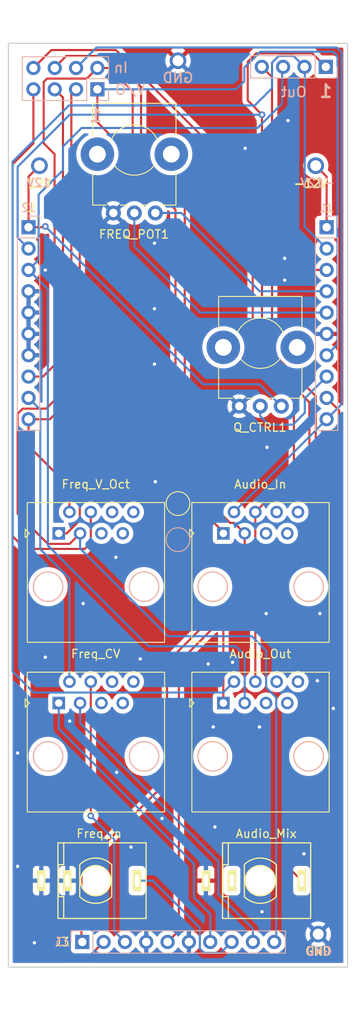
<source format=kicad_pcb>
(kicad_pcb (version 20211014) (generator pcbnew)
  (layers (0 "F.Cu" signal) (31 "B.Cu" signal) (34 "B.Paste" user) (35 "F.Paste" user) (36 "B.SilkS" user "B.Silkscreen") (37 "F.SilkS" user "F.Silkscreen") (38 "B.Mask" user) (39 "F.Mask" user) (44 "Edge.Cuts" user))
  (net 0 "")
  (net 1 "GND")
  (net 2 "/FREQ_POT")
  (net 3 "/FREQ_POT_5V")
  (net 4 "/FREQ_V_OCT1")
  (net 5 "/AUDIO_BUFF1")
  (net 6 "/AUDIO_BUFF4")
  (net 7 "/AUDIO_MIX")
  (net 8 "/AUDIO_IN1")
  (net 9 "/AUDIO_BUFF3")
  (net 10 "/AUDIO_BUFF2")
  (net 11 "/FREQ_V_OCT2")
  (net 12 "/FREQ_JACK")
  (net 13 "/FREQ_CV2")
  (net 14 "/AUDIO_IN2")
  (net 15 "/FREQ_V_OCT4")
  (net 16 "/FREQ_CV4")
  (net 17 "/Q_POT")
  (net 18 "/AUDIO_IN4")
  (net 19 "/FREQ_CV1")
  (net 20 "/FREQ_CV3")
  (net 21 "/AUDIO_IN3")
  (net 22 "/FREQ_V_OCT3")
  (net 40 "+12V")
  (net 41 "-12V")
  (footprint "Custom_Footprints:3D_Dummy" (layer "F.Cu") (at 70.2 95.7)
    (fp_text reference "D2" hide)
    (fp_text value "3d_Model_Components")
    (fp_circle (center 0 0) (end 1.414214 0) (layer "F.SilkS") (width 0.12) (fill none))
  )
  (footprint "Custom_Footprints:1.3mm_Test_Point" (layer "F.Cu") (at 70.2 42.97)
    (fp_text reference "TP3" hide)
    (fp_text value "TestPoint")
    (pad "1" thru_hole circle locked (at 0 0) (size 2 2) (drill 1.3) (layers *.Cu *.Mask) (net 1 "GND"))
  )
  (footprint "Custom_Footprints:THONKICONN_hole" (layer "F.Cu") (at 60.4 140.6 -90)
    (fp_text reference "J11" hide)
    (fp_text value "Freq_In" (at -5.6 -0.4 180) (layer "F.SilkS"))
    (fp_line (start 1.905 1.905) (end -1.905 1.905) (layer "F.SilkS") (width 0.15))
    (fp_line (start -4.445 3.81) (end -1.905 3.81) (layer "F.SilkS") (width 0.15))
    (fp_line (start -4.5 -6) (end 4.5 -6) (layer "F.SilkS") (width 0.15))
    (fp_line (start 4.5 -6) (end 4.5 4.5) (layer "F.SilkS") (width 0.15))
    (fp_line (start -1.905 3.81) (end -1.905 4.445) (layer "F.SilkS") (width 0.15))
    (fp_line (start 1.905 3.81) (end 4.445 3.81) (layer "F.SilkS") (width 0.15))
    (fp_line (start -4.5 4.5) (end 4.5 4.5) (layer "F.SilkS") (width 0.15))
    (fp_line (start 1.905 4.445) (end 1.905 3.81) (layer "F.SilkS") (width 0.15))
    (fp_line (start -4.5 -6) (end -4.5 4.5) (layer "F.SilkS") (width 0.15))
    (fp_line (start -1.905 -1.905) (end 1.905 -1.905) (layer "F.SilkS") (width 0.15))
    (fp_line (start -1.905 4.445) (end 1.905 4.445) (layer "F.SilkS") (width 0.15))
    (fp_arc (start 1.905 -1.905) (mid 2.694077 0) (end 1.905 1.905) (layer "F.SilkS") (width 0.15))
    (fp_arc (start -1.905 1.905) (mid -2.694077 0) (end -1.905 -1.905) (layer "F.SilkS") (width 0.15))
    (fp_circle (center 0 0) (end 1.27 1.27) (layer "F.SilkS") (width 0.15) (fill none))
    (pad "" np_thru_hole circle (at 0 0 270) (size 2.5 2.5) (drill 2.5) (layers *.Cu *.Mask))
    (pad "1" thru_hole rect (at 0 6.48 270) (size 2.5 1) (drill oval 1.5 0.5) (layers *.Cu *.Mask "F.SilkS") (net 1 "GND"))
    (pad "2" thru_hole rect (at 0 3.38 270) (size 2.5 1) (drill oval 1.5 0.5) (layers *.Cu *.Mask "F.SilkS") (net 1 "GND"))
    (pad "3" thru_hole rect (at 0 -4.92 270) (size 2.5 1) (drill oval 1.5 0.5) (layers *.Cu *.Mask "F.SilkS") (net 12 "/FREQ_JACK"))
  )
  (footprint "Custom_Footprints:Alpha_9mm_Potentiometer_Aligned" (layer "F.Cu") (at 80 76.6)
    (fp_text reference "Q_CTRL1" (at -0.04 10.04) (layer "F.SilkS"))
    (fp_text value "10k")
    (fp_line (start -4.961 6.56) (end -3.325 6.56) (layer "F.SilkS") (width 0.12))
    (fp_line (start 0.825 6.56) (end 1.675 6.56) (layer "F.SilkS") (width 0.12))
    (fp_line (start -1.675 6.56) (end -0.825 6.56) (layer "F.SilkS") (width 0.12))
    (fp_line (start 4.96 -1.695) (end 4.96 -5.56) (layer "F.SilkS") (width 0.12))
    (fp_line (start -4.961 6.56) (end -4.961 2.694) (layer "F.SilkS") (width 0.12))
    (fp_line (start -4.961 -5.56) (end 4.96 -5.56) (layer "F.SilkS") (width 0.12))
    (fp_line (start 4.96 6.56) (end 4.96 2.694) (layer "F.SilkS") (width 0.12))
    (fp_line (start 3.325 6.56) (end 4.96 6.56) (layer "F.SilkS") (width 0.12))
    (fp_line (start -4.961 -1.695) (end -4.961 -5.56) (layer "F.SilkS") (width 0.12))
    (fp_arc (start 2.297753 1.928295) (mid -0.000192 2.999665) (end -2.298 1.928) (layer "F.SilkS") (width 0.12))
    (fp_arc (start -2.762432 -1.171982) (mid -0.000553 -3.000762) (end 2.762 -1.173) (layer "F.SilkS") (width 0.12))
    (pad "" np_thru_hole circle locked (at 4.4 0.5 90) (size 4 4) (drill 2) (layers *.Cu *.Mask))
    (pad "" np_thru_hole circle locked (at -4.4 0.5 90) (size 4 4) (drill 2) (layers *.Cu *.Mask))
    (pad "1" thru_hole circle locked (at 2.5 7.5 90) (size 1.8 1.8) (drill 1) (layers *.Cu *.Mask) (net 40 "+12V"))
    (pad "2" thru_hole circle locked (at 0 7.5 90) (size 1.8 1.8) (drill 1) (layers *.Cu *.Mask) (net 17 "/Q_POT"))
    (pad "3" thru_hole circle locked (at -2.5 7.5 90) (size 1.8 1.8) (drill 1) (layers *.Cu *.Mask) (net 1 "GND"))
  )
  (footprint "Custom_Footprints:1.3mm_Test_Point" (layer "F.Cu") (at 86.9 146.97)
    (fp_text reference "TP4" hide)
    (fp_text value "TestPoint")
    (pad "1" thru_hole circle locked (at 0 0) (size 2 2) (drill 1.3) (layers *.Cu *.Mask) (net 1 "GND"))
  )
  (footprint "Custom_Footprints:THONKICONN_hole" (layer "F.Cu") (at 80 140.6 -90)
    (fp_text reference "J6" hide)
    (fp_text value "Audio_Mix" (at -5.6 -0.7 -180) (layer "F.SilkS"))
    (fp_line (start -1.905 -1.905) (end 1.905 -1.905) (layer "F.SilkS") (width 0.15))
    (fp_line (start -4.5 -6) (end -4.5 4.5) (layer "F.SilkS") (width 0.15))
    (fp_line (start 1.905 1.905) (end -1.905 1.905) (layer "F.SilkS") (width 0.15))
    (fp_line (start -4.445 3.81) (end -1.905 3.81) (layer "F.SilkS") (width 0.15))
    (fp_line (start 1.905 3.81) (end 4.445 3.81) (layer "F.SilkS") (width 0.15))
    (fp_line (start -4.5 -6) (end 4.5 -6) (layer "F.SilkS") (width 0.15))
    (fp_line (start -1.905 4.445) (end 1.905 4.445) (layer "F.SilkS") (width 0.15))
    (fp_line (start 1.905 4.445) (end 1.905 3.81) (layer "F.SilkS") (width 0.15))
    (fp_line (start -1.905 3.81) (end -1.905 4.445) (layer "F.SilkS") (width 0.15))
    (fp_line (start -4.5 4.5) (end 4.5 4.5) (layer "F.SilkS") (width 0.15))
    (fp_line (start 4.5 -6) (end 4.5 4.5) (layer "F.SilkS") (width 0.15))
    (fp_arc (start 1.905 -1.905) (mid 2.694077 0) (end 1.905 1.905) (layer "F.SilkS") (width 0.15))
    (fp_arc (start -1.905 1.905) (mid -2.694077 0) (end -1.905 -1.905) (layer "F.SilkS") (width 0.15))
    (fp_circle (center 0 0) (end 1.27 1.27) (layer "F.SilkS") (width 0.15) (fill none))
    (pad "" np_thru_hole circle (at 0 0 270) (size 2.5 2.5) (drill 2.5) (layers *.Cu *.Mask))
    (pad "1" thru_hole rect (at 0 6.48 270) (size 2.5 1) (drill oval 1.5 0.5) (layers *.Cu *.Mask "F.SilkS") (net 1 "GND"))
    (pad "2" thru_hole rect (at 0 3.38 270) (size 2.5 1) (drill oval 1.5 0.5) (layers *.Cu *.Mask "F.SilkS"))
    (pad "3" thru_hole rect (at 0 -4.92 270) (size 2.5 1) (drill oval 1.5 0.5) (layers *.Cu *.Mask "F.SilkS") (net 7 "/AUDIO_MIX"))
  )
  (footprint "Custom_Footprints:RJ45_Molex_42878-8506" (layer "F.Cu") (at 80 103.9)
    (fp_text reference "J4" hide)
    (fp_text value "Audio_In" (at 0 -10.5) (layer "F.SilkS"))
    (fp_line (start -8.15 -8.32) (end -8.15 8.32) (layer "F.SilkS") (width 0.12))
    (fp_line (start 8.2 -8.32) (end 8.2 8.32) (layer "F.SilkS") (width 0.12))
    (fp_line (start 8.2 -8.32) (end -8.15 -8.32) (layer "F.SilkS") (width 0.12))
    (fp_line (start -8.4 -4.15) (end -7.9 -4.65) (layer "F.SilkS") (width 0.12))
    (fp_line (start 8.2 8.32) (end -8.15 8.32) (layer "F.SilkS") (width 0.12))
    (fp_line (start -7.9 -4.65) (end -8.4 -5.15) (layer "F.SilkS") (width 0.12))
    (fp_line (start -8.4 -5.15) (end -8.4 -4.15) (layer "F.SilkS") (width 0.12))
    (pad "" np_thru_hole circle (at 5.76 1.7) (size 3.65 3.65) (drill 3.33) (layers F&B.Cu *.SilkS *.Mask))
    (pad "" np_thru_hole circle (at -5.67 1.7) (size 3.65 3.65) (drill 3.33) (layers F&B.Cu *.SilkS *.Mask))
    (pad "1" thru_hole rect (at -4.4 -4.65) (size 1.5 1.5) (drill 0.9) (layers *.Cu *.Mask) (net 8 "/AUDIO_IN1"))
    (pad "2" thru_hole circle (at -3.13 -7.19) (size 1.5 1.5) (drill 0.9) (layers *.Cu *.Mask) (net 14 "/AUDIO_IN2"))
    (pad "3" thru_hole circle (at -1.86 -4.65) (size 1.5 1.5) (drill 0.9) (layers *.Cu *.Mask) (net 21 "/AUDIO_IN3"))
    (pad "4" thru_hole circle (at -0.59 -7.19) (size 1.5 1.5) (drill 0.9) (layers *.Cu *.Mask) (net 18 "/AUDIO_IN4"))
    (pad "5" thru_hole circle (at 0.68 -4.65) (size 1.5 1.5) (drill 0.9) (layers *.Cu *.Mask))
    (pad "6" thru_hole circle (at 1.95 -7.19) (size 1.5 1.5) (drill 0.9) (layers *.Cu *.Mask))
    (pad "7" thru_hole circle (at 3.22 -4.65) (size 1.5 1.5) (drill 0.9) (layers *.Cu *.Mask))
    (pad "8" thru_hole circle (at 4.49 -7.19) (size 1.5 1.5) (drill 0.9) (layers *.Cu *.Mask))
  )
  (footprint "Custom_Footprints:1.3mm_Test_Point" (layer "F.Cu") (at 53.7 55.47)
    (fp_text reference "TP1" hide)
    (fp_text value "TestPoint")
    (pad "1" thru_hole circle locked (at 0 0) (size 2 2) (drill 1.3) (layers *.Cu *.Mask) (net 40 "+12V"))
  )
  (footprint "Custom_Footprints:RJ45_Molex_42878-8506" (layer "F.Cu") (at 80 124.1)
    (fp_text reference "J5" hide)
    (fp_text value "Audio_Out" (at 0 -10.5) (layer "F.SilkS"))
    (fp_line (start -7.9 -4.65) (end -8.4 -5.15) (layer "F.SilkS") (width 0.12))
    (fp_line (start 8.2 -8.32) (end 8.2 8.32) (layer "F.SilkS") (width 0.12))
    (fp_line (start 8.2 -8.32) (end -8.15 -8.32) (layer "F.SilkS") (width 0.12))
    (fp_line (start 8.2 8.32) (end -8.15 8.32) (layer "F.SilkS") (width 0.12))
    (fp_line (start -8.15 -8.32) (end -8.15 8.32) (layer "F.SilkS") (width 0.12))
    (fp_line (start -8.4 -5.15) (end -8.4 -4.15) (layer "F.SilkS") (width 0.12))
    (fp_line (start -8.4 -4.15) (end -7.9 -4.65) (layer "F.SilkS") (width 0.12))
    (pad "" np_thru_hole circle (at -5.67 1.7) (size 3.65 3.65) (drill 3.33) (layers F&B.Cu *.SilkS *.Mask))
    (pad "" np_thru_hole circle (at 5.76 1.7) (size 3.65 3.65) (drill 3.33) (layers F&B.Cu *.SilkS *.Mask))
    (pad "1" thru_hole rect (at -4.4 -4.65) (size 1.5 1.5) (drill 0.9) (layers *.Cu *.Mask) (net 5 "/AUDIO_BUFF1"))
    (pad "2" thru_hole circle (at -3.13 -7.19) (size 1.5 1.5) (drill 0.9) (layers *.Cu *.Mask) (net 10 "/AUDIO_BUFF2"))
    (pad "3" thru_hole circle (at -1.86 -4.65) (size 1.5 1.5) (drill 0.9) (layers *.Cu *.Mask) (net 9 "/AUDIO_BUFF3"))
    (pad "4" thru_hole circle (at -0.59 -7.19) (size 1.5 1.5) (drill 0.9) (layers *.Cu *.Mask) (net 6 "/AUDIO_BUFF4"))
    (pad "5" thru_hole circle (at 0.68 -4.65) (size 1.5 1.5) (drill 0.9) (layers *.Cu *.Mask))
    (pad "6" thru_hole circle (at 1.95 -7.19) (size 1.5 1.5) (drill 0.9) (layers *.Cu *.Mask))
    (pad "7" thru_hole circle (at 3.22 -4.65) (size 1.5 1.5) (drill 0.9) (layers *.Cu *.Mask))
    (pad "8" thru_hole circle (at 4.49 -7.19) (size 1.5 1.5) (drill 0.9) (layers *.Cu *.Mask))
  )
  (footprint "Custom_Footprints:RJ45_Molex_42878-8506" (layer "F.Cu") (at 60.4 124.1)
    (fp_text reference "J8" hide)
    (fp_text value "Freq_CV" (at 0 -10.5) (layer "F.SilkS"))
    (fp_line (start -8.15 -8.32) (end -8.15 8.32) (layer "F.SilkS") (width 0.12))
    (fp_line (start -7.9 -4.65) (end -8.4 -5.15) (layer "F.SilkS") (width 0.12))
    (fp_line (start -8.4 -5.15) (end -8.4 -4.15) (layer "F.SilkS") (width 0.12))
    (fp_line (start 8.2 -8.32) (end -8.15 -8.32) (layer "F.SilkS") (width 0.12))
    (fp_line (start -8.4 -4.15) (end -7.9 -4.65) (layer "F.SilkS") (width 0.12))
    (fp_line (start 8.2 -8.32) (end 8.2 8.32) (layer "F.SilkS") (width 0.12))
    (fp_line (start 8.2 8.32) (end -8.15 8.32) (layer "F.SilkS") (width 0.12))
    (pad "" np_thru_hole circle (at 5.76 1.7) (size 3.65 3.65) (drill 3.33) (layers F&B.Cu *.SilkS *.Mask))
    (pad "" np_thru_hole circle (at -5.67 1.7) (size 3.65 3.65) (drill 3.33) (layers F&B.Cu *.SilkS *.Mask))
    (pad "1" thru_hole rect (at -4.4 -4.65) (size 1.5 1.5) (drill 0.9) (layers *.Cu *.Mask) (net 19 "/FREQ_CV1"))
    (pad "2" thru_hole circle (at -3.13 -7.19) (size 1.5 1.5) (drill 0.9) (layers *.Cu *.Mask) (net 13 "/FREQ_CV2"))
    (pad "3" thru_hole circle (at -1.86 -4.65) (size 1.5 1.5) (drill 0.9) (layers *.Cu *.Mask) (net 20 "/FREQ_CV3"))
    (pad "4" thru_hole circle (at -0.59 -7.19) (size 1.5 1.5) (drill 0.9) (layers *.Cu *.Mask) (net 16 "/FREQ_CV4"))
    (pad "5" thru_hole circle (at 0.68 -4.65) (size 1.5 1.5) (drill 0.9) (layers *.Cu *.Mask))
    (pad "6" thru_hole circle (at 1.95 -7.19) (size 1.5 1.5) (drill 0.9) (layers *.Cu *.Mask))
    (pad "7" thru_hole circle (at 3.22 -4.65) (size 1.5 1.5) (drill 0.9) (layers *.Cu *.Mask))
    (pad "8" thru_hole circle (at 4.49 -7.19) (size 1.5 1.5) (drill 0.9) (layers *.Cu *.Mask))
  )
  (footprint "Custom_Footprints:1.3mm_Test_Point" (layer "F.Cu") (at 86.6 55.47)
    (fp_text reference "TP2" hide)
    (fp_text value "TestPoint")
    (pad "1" thru_hole circle locked (at 0 0) (size 2 2) (drill 1.3) (layers *.Cu *.Mask) (net 41 "-12V"))
  )
  (footprint "Custom_Footprints:RJ45_Molex_42878-8506" (layer "F.Cu") (at 60.4 103.9)
    (fp_text reference "J7" hide)
    (fp_text value "Freq_V_Oct" (at 0 -10.5) (layer "F.SilkS"))
    (fp_line (start 8.2 8.32) (end -8.15 8.32) (layer "F.SilkS") (width 0.12))
    (fp_line (start 8.2 -8.32) (end 8.2 8.32) (layer "F.SilkS") (width 0.12))
    (fp_line (start -8.4 -5.15) (end -8.4 -4.15) (layer "F.SilkS") (width 0.12))
    (fp_line (start -8.15 -8.32) (end -8.15 8.32) (layer "F.SilkS") (width 0.12))
    (fp_line (start -7.9 -4.65) (end -8.4 -5.15) (layer "F.SilkS") (width 0.12))
    (fp_line (start -8.4 -4.15) (end -7.9 -4.65) (layer "F.SilkS") (width 0.12))
    (fp_line (start 8.2 -8.32) (end -8.15 -8.32) (layer "F.SilkS") (width 0.12))
    (pad "" np_thru_hole circle (at -5.67 1.7) (size 3.65 3.65) (drill 3.33) (layers F&B.Cu *.SilkS *.Mask))
    (pad "" np_thru_hole circle (at 5.76 1.7) (size 3.65 3.65) (drill 3.33) (layers F&B.Cu *.SilkS *.Mask))
    (pad "1" thru_hole rect (at -4.4 -4.65) (size 1.5 1.5) (drill 0.9) (layers *.Cu *.Mask) (net 4 "/FREQ_V_OCT1"))
    (pad "2" thru_hole circle (at -3.13 -7.19) (size 1.5 1.5) (drill 0.9) (layers *.Cu *.Mask) (net 11 "/FREQ_V_OCT2"))
    (pad "3" thru_hole circle (at -1.86 -4.65) (size 1.5 1.5) (drill 0.9) (layers *.Cu *.Mask) (net 22 "/FREQ_V_OCT3"))
    (pad "4" thru_hole circle (at -0.59 -7.19) (size 1.5 1.5) (drill 0.9) (layers *.Cu *.Mask) (net 15 "/FREQ_V_OCT4"))
    (pad "5" thru_hole circle (at 0.68 -4.65) (size 1.5 1.5) (drill 0.9) (layers *.Cu *.Mask))
    (pad "6" thru_hole circle (at 1.95 -7.19) (size 1.5 1.5) (drill 0.9) (layers *.Cu *.Mask))
    (pad "7" thru_hole circle (at 3.22 -4.65) (size 1.5 1.5) (drill 0.9) (layers *.Cu *.Mask))
    (pad "8" thru_hole circle (at 4.49 -7.19) (size 1.5 1.5) (drill 0.9) (layers *.Cu *.Mask))
  )
  (footprint "Custom_Footprints:Alpha_9mm_Potentiometer_Aligned" (layer "F.Cu") (at 65 53.6)
    (fp_text reference "FREQ_POT1" (at -0.04 10.04) (layer "F.SilkS"))
    (fp_text value "10k")
    (fp_line (start -4.961 6.56) (end -3.325 6.56) (layer "F.SilkS") (width 0.12))
    (fp_line (start -4.961 -5.56) (end 4.96 -5.56) (layer "F.SilkS") (width 0.12))
    (fp_line (start -4.961 6.56) (end -4.961 2.694) (layer "F.SilkS") (width 0.12))
    (fp_line (start 3.325 6.56) (end 4.96 6.56) (layer "F.SilkS") (width 0.12))
    (fp_line (start 0.825 6.56) (end 1.675 6.56) (layer "F.SilkS") (width 0.12))
    (fp_line (start -1.675 6.56) (end -0.825 6.56) (layer "F.SilkS") (width 0.12))
    (fp_line (start 4.96 -1.695) (end 4.96 -5.56) (layer "F.SilkS") (width 0.12))
    (fp_line (start 4.96 6.56) (end 4.96 2.694) (layer "F.SilkS") (width 0.12))
    (fp_line (start -4.961 -1.695) (end -4.961 -5.56) (layer "F.SilkS") (width 0.12))
    (fp_arc (start -2.762432 -1.171982) (mid -0.000553 -3.000762) (end 2.762 -1.173) (layer "F.SilkS") (width 0.12))
    (fp_arc (start 2.297753 1.928295) (mid -0.000192 2.999665) (end -2.298 1.928) (layer "F.SilkS") (width 0.12))
    (pad "" np_thru_hole circle locked (at 4.4 0.5 90) (size 4 4) (drill 2) (layers *.Cu *.Mask))
    (pad "" np_thru_hole circle locked (at -4.4 0.5 90) (size 4 4) (drill 2) (layers *.Cu *.Mask))
    (pad "1" thru_hole circle locked (at 2.5 7.5 90) (size 1.8 1.8) (drill 1) (layers *.Cu *.Mask) (net 3 "/FREQ_POT_5V"))
    (pad "2" thru_hole circle locked (at 0 7.5 90) (size 1.8 1.8) (drill 1) (layers *.Cu *.Mask) (net 2 "/FREQ_POT"))
    (pad "3" thru_hole circle locked (at -2.5 7.5 90) (size 1.8 1.8) (drill 1) (layers *.Cu *.Mask) (net 1 "GND"))
  )
  (footprint "Connector_PinHeader_2.54mm:PinHeader_1x10_P2.54mm_Vertical" (layer "B.Cu") (at 58.8 147.9 -90)
    (fp_text reference "J3" (at 0 2.33 180) (layer "B.SilkS") (effects (justify mirror)))
    (fp_text value "Conn_01x10_Male")
    (fp_line (start -1.33 0) (end -1.33 1.33) (layer "B.SilkS") (width 0.12))
    (fp_line (start -1.33 1.33) (end 0 1.33) (layer "B.SilkS") (width 0.12))
    (fp_line (start 1.33 -1.27) (end 1.33 -24.19) (layer "B.SilkS") (width 0.12))
    (fp_line (start -1.33 -24.19) (end 1.33 -24.19) (layer "B.SilkS") (width 0.12))
    (fp_line (start -1.33 -1.27) (end 1.33 -1.27) (layer "B.SilkS") (width 0.12))
    (fp_line (start -1.33 -1.27) (end -1.33 -24.19) (layer "B.SilkS") (width 0.12))
    (pad "1" thru_hole rect locked (at 0 0 270) (size 1.7 1.7) (drill 1) (layers F&B.Cu *.Mask) (net 21 "/AUDIO_IN3"))
    (pad "2" thru_hole oval locked (at 0 -2.54 270) (size 1.7 1.7) (drill 1) (layers F&B.Cu *.Mask) (net 15 "/FREQ_V_OCT4"))
    (pad "3" thru_hole oval locked (at 0 -5.08 270) (size 1.7 1.7) (drill 1) (layers F&B.Cu *.Mask) (net 16 "/FREQ_CV4"))
    (pad "4" thru_hole oval locked (at 0 -7.62 270) (size 1.7 1.7) (drill 1) (layers F&B.Cu *.Mask) (net 1 "GND"))
    (pad "5" thru_hole oval locked (at 0 -10.16 270) (size 1.7 1.7) (drill 1) (layers F&B.Cu *.Mask) (net 18 "/AUDIO_IN4"))
    (pad "6" thru_hole oval locked (at 0 -12.7 270) (size 1.7 1.7) (drill 1) (layers F&B.Cu *.Mask) (net 1 "GND"))
    (pad "7" thru_hole oval locked (at 0 -15.24 270) (size 1.7 1.7) (drill 1) (layers F&B.Cu *.Mask) (net 19 "/FREQ_CV1"))
    (pad "8" thru_hole oval locked (at 0 -17.78 270) (size 1.7 1.7) (drill 1) (layers F&B.Cu *.Mask) (net 12 "/FREQ_JACK"))
    (pad "9" thru_hole oval locked (at 0 -20.32 270) (size 1.7 1.7) (drill 1) (layers F&B.Cu *.Mask) (net 20 "/FREQ_CV3"))
    (pad "10" thru_hole oval locked (at 0 -22.86 270) (size 1.7 1.7) (drill 1) (layers F&B.Cu *.Mask) (net 22 "/FREQ_V_OCT3"))
  )
  (footprint "Connector_PinHeader_2.54mm:PinHeader_1x10_P2.54mm_Vertical" (layer "B.Cu") (at 87.9 62.8 180)
    (fp_text reference "J1" (at 0 2.33) (layer "B.SilkS") (effects (justify mirror)))
    (fp_text value "Conn_01x10_Male" hide)
    (fp_line (start -1.33 1.33) (end 0 1.33) (layer "B.SilkS") (width 0.12))
    (fp_line (start 1.33 -1.27) (end 1.33 -24.19) (layer "B.SilkS") (width 0.12))
    (fp_line (start -1.33 -1.27) (end 1.33 -1.27) (layer "B.SilkS") (width 0.12))
    (fp_line (start -1.33 -1.27) (end -1.33 -24.19) (layer "B.SilkS") (width 0.12))
    (fp_line (start -1.33 0) (end -1.33 1.33) (layer "B.SilkS") (width 0.12))
    (fp_line (start -1.33 -24.19) (end 1.33 -24.19) (layer "B.SilkS") (width 0.12))
    (pad "1" thru_hole rect locked (at 0 0 180) (size 1.7 1.7) (drill 1) (layers F&B.Cu *.Mask) (net 41 "-12V"))
    (pad "2" thru_hole oval locked (at 0 -2.54 180) (size 1.7 1.7) (drill 1) (layers F&B.Cu *.Mask) (net 10 "/AUDIO_BUFF2"))
    (pad "3" thru_hole oval locked (at 0 -5.08 180) (size 1.7 1.7) (drill 1) (layers F&B.Cu *.Mask) (net 6 "/AUDIO_BUFF4"))
    (pad "4" thru_hole oval locked (at 0 -7.62 180) (size 1.7 1.7) (drill 1) (layers F&B.Cu *.Mask) (net 3 "/FREQ_POT_5V"))
    (pad "5" thru_hole oval locked (at 0 -10.16 180) (size 1.7 1.7) (drill 1) (layers F&B.Cu *.Mask) (net 2 "/FREQ_POT"))
    (pad "6" thru_hole oval locked (at 0 -12.7 180) (size 1.7 1.7) (drill 1) (layers F&B.Cu *.Mask) (net 1 "GND"))
    (pad "7" thru_hole oval locked (at 0 -15.24 180) (size 1.7 1.7) (drill 1) (layers F&B.Cu *.Mask) (net 4 "/FREQ_V_OCT1"))
    (pad "8" thru_hole oval locked (at 0 -17.78 180) (size 1.7 1.7) (drill 1) (layers F&B.Cu *.Mask) (net 17 "/Q_POT"))
    (pad "9" thru_hole oval locked (at 0 -20.32 180) (size 1.7 1.7) (drill 1) (layers F&B.Cu *.Mask) (net 7 "/AUDIO_MIX"))
    (pad "10" thru_hole oval locked (at 0 -22.86 180) (size 1.7 1.7) (drill 1) (layers F&B.Cu *.Mask) (net 14 "/AUDIO_IN2"))
  )
  (footprint "Connector_PinHeader_2.54mm:PinHeader_1x10_P2.54mm_Vertical" (layer "B.Cu") (at 52.4 62.8 180)
    (fp_text reference "J2" (at 0 2.33) (layer "B.SilkS") (effects (justify mirror)))
    (fp_text value "Conn_01x10_Male" hide)
    (fp_line (start -1.33 1.33) (end 0 1.33) (layer "B.SilkS") (width 0.12))
    (fp_line (start -1.33 -1.27) (end -1.33 -24.19) (layer "B.SilkS") (width 0.12))
    (fp_line (start -1.33 -1.27) (end 1.33 -1.27) (layer "B.SilkS") (width 0.12))
    (fp_line (start -1.33 -24.19) (end 1.33 -24.19) (layer "B.SilkS") (width 0.12))
    (fp_line (start 1.33 -1.27) (end 1.33 -24.19) (layer "B.SilkS") (width 0.12))
    (fp_line (start -1.33 0) (end -1.33 1.33) (layer "B.SilkS") (width 0.12))
    (pad "1" thru_hole rect locked (at 0 0 180) (size 1.7 1.7) (drill 1) (layers F&B.Cu *.Mask) (net 40 "+12V"))
    (pad "2" thru_hole oval locked (at 0 -2.54 180) (size 1.7 1.7) (drill 1) (layers F&B.Cu *.Mask) (net 5 "/AUDIO_BUFF1"))
    (pad "3" thru_hole oval locked (at 0 -5.08 180) (size 1.7 1.7) (drill 1) (layers F&B.Cu *.Mask) (net 9 "/AUDIO_BUFF3"))
    (pad "4" thru_hole oval locked (at 0 -7.62 180) (size 1.7 1.7) (drill 1) (layers F&B.Cu *.Mask) (net 1 "GND"))
    (pad "5" thru_hole oval locked (at 0 -10.16 180) (size 1.7 1.7) (drill 1) (layers F&B.Cu *.Mask) (net 1 "GND"))
    (pad "6" thru_hole oval locked (at 0 -12.7 180) (size 1.7 1.7) (drill 1) (layers F&B.Cu *.Mask) (net 1 "GND"))
    (pad "7" thru_hole oval locked (at 0 -15.24 180) (size 1.7 1.7) (drill 1) (layers F&B.Cu *.Mask) (net 1 "GND"))
    (pad "8" thru_hole oval locked (at 0 -17.78 180) (size 1.7 1.7) (drill 1) (layers F&B.Cu *.Mask) (net 8 "/AUDIO_IN1"))
    (pad "9" thru_hole oval locked (at 0 -20.32 180) (size 1.7 1.7) (drill 1) (layers F&B.Cu *.Mask) (net 13 "/FREQ_CV2"))
    (pad "10" thru_hole oval locked (at 0 -22.86 180) (size 1.7 1.7) (drill 1) (layers F&B.Cu *.Mask) (net 11 "/FREQ_V_OCT2"))
  )
  (footprint "Connector_PinHeader_2.54mm:PinHeader_2x04_P2.54mm_Vertical" (layer "B.Cu") (at 60.6 46.375 90)
    (fp_text reference "J9" hide)
    (fp_text value "Conn_02x04_Top_Bottom")
    (fp_line (start 3.87 1.33) (end 3.87 -8.95) (layer "B.SilkS") (width 0.12))
    (fp_line (start 1.27 1.33) (end 3.87 1.33) (layer "B.SilkS") (width 0.12))
    (fp_line (start -1.33 1.33) (end 0 1.33) (layer "B.SilkS") (width 0.12))
    (fp_line (start -1.33 -8.95) (end 3.87 -8.95) (layer "B.SilkS") (width 0.12))
    (fp_line (start -1.33 0) (end -1.33 1.33) (layer "B.SilkS") (width 0.12))
    (fp_line (start -1.33 -1.27) (end -1.33 -8.95) (layer "B.SilkS") (width 0.12))
    (fp_line (start -1.33 -1.27) (end 1.27 -1.27) (layer "B.SilkS") (width 0.12))
    (fp_line (start 1.27 -1.27) (end 1.27 1.33) (layer "B.SilkS") (width 0.12))
    (pad "1" thru_hole rect (at 0 0 90) (size 1.7 1.7) (drill 1) (layers *.Cu *.Mask) (net 4 "/FREQ_V_OCT1"))
    (pad "2" thru_hole oval (at 2.54 0 90) (size 1.7 1.7) (drill 1) (layers *.Cu *.Mask) (net 8 "/AUDIO_IN1"))
    (pad "3" thru_hole oval (at 0 -2.54 90) (size 1.7 1.7) (drill 1) (layers *.Cu *.Mask) (net 11 "/FREQ_V_OCT2"))
    (pad "4" thru_hole oval (at 2.54 -2.54 90) (size 1.7 1.7) (drill 1) (layers *.Cu *.Mask) (net 14 "/AUDIO_IN2"))
    (pad "5" thru_hole oval (at 0 -5.08 90) (size 1.7 1.7) (drill 1) (layers *.Cu *.Mask) (net 22 "/FREQ_V_OCT3"))
    (pad "6" thru_hole oval (at 2.54 -5.08 90) (size 1.7 1.7) (drill 1) (layers *.Cu *.Mask) (net 21 "/AUDIO_IN3"))
    (pad "7" thru_hole oval (at 0 -7.62 90) (size 1.7 1.7) (drill 1) (layers *.Cu *.Mask) (net 15 "/FREQ_V_OCT4"))
    (pad "8" thru_hole oval (at 2.54 -7.62 90) (size 1.7 1.7) (drill 1) (layers *.Cu *.Mask) (net 18 "/AUDIO_IN4"))
  )
  (footprint "Custom_Footprints:3D_Dummy" (layer "B.Cu") (at 70.2 100 180)
    (fp_text reference "D1" hide)
    (fp_text value "3d_Model_Panel")
    (fp_circle (center 0 0) (end 1.414214 0) (layer "B.SilkS") (width 0.12) (fill none))
  )
  (footprint "Connector_PinHeader_2.54mm:PinHeader_1x04_P2.54mm_Vertical" (layer "B.Cu") (at 87.8 43.7 90)
    (fp_text reference "J10" hide)
    (fp_text value "Conn_01x04_Male")
    (fp_line (start -1.33 -8.95) (end 1.33 -8.95) (layer "B.SilkS") (width 0.12))
    (fp_line (start -1.33 -1.27) (end 1.33 -1.27) (layer "B.SilkS") (width 0.12))
    (fp_line (start -1.33 -1.27) (end -1.33 -8.95) (layer "B.SilkS") (width 0.12))
    (fp_line (start -1.33 1.33) (end 0 1.33) (layer "B.SilkS") (width 0.12))
    (fp_line (start 1.33 -1.27) (end 1.33 -8.95) (layer "B.SilkS") (width 0.12))
    (fp_line (start -1.33 0) (end -1.33 1.33) (layer "B.SilkS") (width 0.12))
    (pad "1" thru_hole rect (at 0 0 90) (size 1.7 1.7) (drill 1) (layers *.Cu *.Mask) (net 5 "/AUDIO_BUFF1"))
    (pad "2" thru_hole oval (at 0 -2.54 90) (size 1.7 1.7) (drill 1) (layers *.Cu *.Mask) (net 10 "/AUDIO_BUFF2"))
    (pad "3" thru_hole oval (at 0 -5.08 90) (size 1.7 1.7) (drill 1) (layers *.Cu *.Mask) (net 9 "/AUDIO_BUFF3"))
    (pad "4" thru_hole oval (at 0 -7.62 90) (size 1.7 1.7) (drill 1) (layers *.Cu *.Mask) (net 6 "/AUDIO_BUFF4"))
  )
  (gr_line (start 50 40.9) (end 50 150.9) (layer "Edge.Cuts") (width 0.15))
  (gr_line (start 50 40.9) (end 90.4 40.9) (layer "Edge.Cuts") (width 0.15))
  (gr_line (start 50 150.9) (end 90.4 150.9) (layer "Edge.Cuts") (width 0.15))
  (gr_line (start 90.4 40.9) (end 90.4 150.9) (layer "Edge.Cuts") (width 0.15))
  (gr_text "Out" (at 84 46.7) (layer "B.SilkS") (effects (font (size 1.2 1.2) (thickness 0.2)) (justify mirror)))
  (gr_text "GND" (at 70.2 45) (layer "B.SilkS") (effects (font (size 1.2 1.2) (thickness 0.2)) (justify mirror)))
  (gr_text "In" (at 63.4 43.8) (layer "B.SilkS") (effects (font (size 1.2 1.2) (thickness 0.2)) (justify mirror)))
  (gr_text "GND" (at 87 149) (layer "B.SilkS") (effects (font (size 1 1) (thickness 0.2)) (justify mirror)))
  (gr_text "1" (at 60.4 49.5) (layer "B.SilkS") (effects (font (size 1.5 1.5) (thickness 0.3)) (justify mirror)))
  (gr_text "12V" (at 53.580952 57.5) (layer "B.SilkS") (effects (font (size 1 1) (thickness 0.2)) (justify mirror)))
  (gr_text "1" (at 87.8 46.6) (layer "B.SilkS") (effects (font (size 1.5 1.5) (thickness 0.3)) (justify mirror)))
  (gr_text "V/O" (at 64.5 46.4) (layer "B.SilkS") (effects (font (size 1.2 1.2) (thickness 0.2)) (justify mirror)))
  (gr_text "-12V" (at 86.8 57.5) (layer "B.SilkS") (effects (font (size 1 1) (thickness 0.2)) (justify mirror)))
  (gr_text "-12V" (at 86 57.6) (layer "F.SilkS") (effects (font (size 1 1) (thickness 0.2))))
  (gr_text "J3" (at 56.4 147.9) (layer "F.SilkS") (effects (font (size 1 1))))
  (gr_text "J2" (at 52.4 60.5) (layer "F.SilkS") (effects (font (size 1 1))))
  (gr_text "GND" (at 86.9 149) (layer "F.SilkS") (effects (font (size 1 1) (thickness 0.2))))
  (gr_text "12V" (at 53.7 57.6) (layer "F.SilkS") (effects (font (size 1 1) (thickness 0.2))))
  (gr_text "J1" (at 87.9 60.5) (layer "F.SilkS") (effects (font (size 1 1))))
  (via (at 85.2 137.4) (size 0.8) (drill 0.4) (layers "F.Cu" "B.Cu") (net 1))
  (via (at 51.1 138.9) (size 0.8) (drill 0.4) (layers "F.Cu" "B.Cu") (net 1))
  (via (at 74.6 134.2) (size 0.8) (drill 0.4) (layers "F.Cu" "B.Cu") (net 1))
  (via (at 83.3 50.1) (size 0.8) (drill 0.4) (layers "F.Cu" "B.Cu") (net 1))
  (via (at 82.9 66.5) (size 0.8) (drill 0.4) (layers "F.Cu" "B.Cu") (net 1))
  (via (at 54.4 67.9) (size 0.8) (drill 0.4) (layers "F.Cu" "B.Cu") (net 1))
  (via (at 64.6 136.6) (size 0.8) (drill 0.4) (layers "F.Cu" "B.Cu") (net 1))
  (via (at 53.1 148) (size 0.8) (drill 0.4) (layers "F.Cu" "B.Cu") (net 1))
  (via (at 78.2 53.4) (size 0.8) (drill 0.4) (layers "F.Cu" "B.Cu") (net 1))
  (via (at 65.7 114.2) (size 0.8) (drill 0.4) (layers "F.Cu" "B.Cu") (net 1))
  (via (at 62.8 102.1) (size 0.8) (drill 0.4) (layers "F.Cu" "B.Cu") (net 1))
  (via (at 73.8 114.8) (size 0.8) (drill 0.4) (layers "F.Cu" "B.Cu") (net 1))
  (via (at 80.8 89) (size 0.8) (drill 0.4) (layers "F.Cu" "B.Cu") (net 1))
  (via (at 80.7 108.8) (size 0.8) (drill 0.4) (layers "F.Cu" "B.Cu") (net 1))
  (via (at 88.7 120.1) (size 0.8) (drill 0.4) (layers "F.Cu" "B.Cu") (net 1))
  (via (at 58.9 107.6) (size 0.8) (drill 0.4) (layers "F.Cu" "B.Cu") (net 1))
  (via (at 74.4 122.3) (size 0.8) (drill 0.4) (layers "F.Cu" "B.Cu") (net 1))
  (via (at 67.5 93.1) (size 0.8) (drill 0.4) (layers "F.Cu" "B.Cu") (net 1))
  (via (at 62.9 127.7) (size 0.8) (drill 0.4) (layers "F.Cu" "B.Cu") (net 1))
  (via (at 68.3 133.2) (size 0.8) (drill 0.4) (layers "F.Cu" "B.Cu") (net 1))
  (via (at 51.1 125.4) (size 0.8) (drill 0.4) (layers "F.Cu" "B.Cu") (net 1))
  (via (at 79.9 122.3) (size 0.8) (drill 0.4) (layers "F.Cu" "B.Cu") (net 1))
  (via (at 57.3 121.6) (size 0.8) (drill 0.4) (layers "F.Cu" "B.Cu") (net 1))
  (via (at 80.2 144.3) (size 0.8) (drill 0.4) (layers "F.Cu" "B.Cu") (net 1))
  (via (at 67.4 72.5) (size 0.8) (drill 0.4) (layers "F.Cu" "B.Cu") (net 1))
  (via (at 67.4 64.7) (size 0.8) (drill 0.4) (layers "F.Cu" "B.Cu") (net 1))
  (via (at 54.4 114) (size 0.8) (drill 0.4) (layers "F.Cu" "B.Cu") (net 1))
  (via (at 86.8 116.8) (size 0.8) (drill 0.4) (layers "F.Cu" "B.Cu") (net 1))
  (via (at 67.4 79.1) (size 0.8) (drill 0.4) (layers "F.Cu" "B.Cu") (net 1))
  (via (at 82.9 69.1) (size 0.8) (drill 0.4) (layers "F.Cu" "B.Cu") (net 1))
  (via (at 76.7 114.6) (size 0.8) (drill 0.4) (layers "F.Cu" "B.Cu") (net 1))
  (via (at 87.1 108.8) (size 0.8) (drill 0.4) (layers "F.Cu" "B.Cu") (net 1))
  (segment (start 87.9 72.96) (end 72.86 72.96) (width 0.25) (layer "B.Cu") (net 2))
  (segment (start 65 65.1) (end 65 61.1) (width 0.25) (layer "B.Cu") (net 2))
  (segment (start 72.86 72.96) (end 65 65.1) (width 0.25) (layer "B.Cu") (net 2))
  (segment (start 67.5 61.1) (end 70.6 61.1) (width 0.25) (layer "B.Cu") (net 3))
  (segment (start 70.6 61.1) (end 79.92 70.42) (width 0.25) (layer "B.Cu") (net 3))
  (segment (start 79.92 70.42) (end 87.9 70.42) (width 0.25) (layer "B.Cu") (net 3))
  (segment (start 56.95 99.25) (end 56 99.25) (width 0.25) (layer "F.Cu") (net 4))
  (segment (start 63.3 56.2) (end 58.5 61) (width 0.25) (layer "F.Cu") (net 4))
  (segment (start 63.3 53) (end 63.3 56.2) (width 0.25) (layer "F.Cu") (net 4))
  (segment (start 60.6 46.375) (end 60.6 50.3) (width 0.25) (layer "F.Cu") (net 4))
  (segment (start 60.6 50.3) (end 63.3 53) (width 0.25) (layer "F.Cu") (net 4))
  (segment (start 58.5 97.7) (end 56.95 99.25) (width 0.25) (layer "F.Cu") (net 4))
  (segment (start 58.5 61) (end 58.5 97.7) (width 0.25) (layer "F.Cu") (net 4))
  (segment (start 78.1 45.4) (end 78.1 43.8) (width 0.25) (layer "B.Cu") (net 4))
  (segment (start 80 41.9) (end 88.7 41.9) (width 0.25) (layer "B.Cu") (net 4))
  (segment (start 89.2 42.4) (end 89.2 76.74) (width 0.25) (layer "B.Cu") (net 4))
  (segment (start 78.1 43.8) (end 80 41.9) (width 0.25) (layer "B.Cu") (net 4))
  (segment (start 78.1 45.4) (end 77.125 46.375) (width 0.25) (layer "B.Cu") (net 4))
  (segment (start 88.7 41.9) (end 89.2 42.4) (width 0.25) (layer "B.Cu") (net 4))
  (segment (start 89.2 76.74) (end 87.9 78.04) (width 0.25) (layer "B.Cu") (net 4))
  (segment (start 77.125 46.375) (end 60.6 46.375) (width 0.25) (layer "B.Cu") (net 4))
  (segment (start 80.2 78) (end 80.2 49.4) (width 0.25) (layer "F.Cu") (net 5))
  (segment (start 78.5 47.7) (end 78.5 43.1) (width 0.25) (layer "F.Cu") (net 5))
  (segment (start 75.6 119.45) (end 75.6 110.7) (width 0.25) (layer "F.Cu") (net 5))
  (segment (start 85.850499 83.650499) (end 80.2 78) (width 0.25) (layer "F.Cu") (net 5))
  (segment (start 85.850499 100.449501) (end 85.850499 83.650499) (width 0.25) (layer "F.Cu") (net 5))
  (segment (start 86.2 42.1) (end 87.8 43.7) (width 0.25) (layer "F.Cu") (net 5))
  (segment (start 79.5 42.1) (end 86.2 42.1) (width 0.25) (layer "F.Cu") (net 5))
  (segment (start 75.6 110.7) (end 85.850499 100.449501) (width 0.25) (layer "F.Cu") (net 5))
  (segment (start 78.5 43.1) (end 79.5 42.1) (width 0.25) (layer "F.Cu") (net 5))
  (segment (start 80.2 49.4) (end 78.5 47.7) (width 0.25) (layer "F.Cu") (net 5))
  (via (at 80.2 49.4) (size 0.8) (drill 0.4) (layers "F.Cu" "B.Cu") (net 5))
  (segment (start 52.4 65.34) (end 51.1 64.04) (width 0.25) (layer "B.Cu") (net 5))
  (segment (start 57.3 49.4) (end 80.2 49.4) (width 0.25) (layer "B.Cu") (net 5))
  (segment (start 51.1 64.04) (end 51.1 55.6) (width 0.25) (layer "B.Cu") (net 5))
  (segment (start 51.1 55.6) (end 57.3 49.4) (width 0.25) (layer "B.Cu") (net 5))
  (segment (start 81.52 67.88) (end 81.4 68) (width 0.25) (layer "F.Cu") (net 6))
  (segment (start 79.41 108.19) (end 86.6 101) (width 0.25) (layer "F.Cu") (net 6))
  (segment (start 86.6 101) (end 86.6 82.9) (width 0.25) (layer "F.Cu") (net 6))
  (segment (start 87.9 67.88) (end 81.52 67.88) (width 0.25) (layer "F.Cu") (net 6))
  (segment (start 86.6 82.9) (end 81.4 77.7) (width 0.25) (layer "F.Cu") (net 6))
  (segment (start 81.4 68) (end 81.4 44.92) (width 0.25) (layer "F.Cu") (net 6))
  (segment (start 79.41 116.91) (end 79.41 108.19) (width 0.25) (layer "F.Cu") (net 6))
  (segment (start 81.4 44.92) (end 80.18 43.7) (width 0.25) (layer "F.Cu") (net 6))
  (segment (start 81.4 77.7) (end 81.4 68) (width 0.25) (layer "F.Cu") (net 6))
  (segment (start 83.3 138.98) (end 84.92 140.6) (width 0.25) (layer "F.Cu") (net 7))
  (segment (start 83.3 122.3) (end 83.3 138.98) (width 0.25) (layer "F.Cu") (net 7))
  (segment (start 87.9 83.12) (end 89.4 84.62) (width 0.25) (layer "F.Cu") (net 7))
  (segment (start 89.4 84.62) (end 89.4 116.2) (width 0.25) (layer "F.Cu") (net 7))
  (segment (start 89.4 116.2) (end 83.3 122.3) (width 0.25) (layer "F.Cu") (net 7))
  (segment (start 59.335 45.1) (end 60.6 43.835) (width 0.25) (layer "F.Cu") (net 8))
  (segment (start 52.4 80.58) (end 54.12 80.58) (width 0.25) (layer "F.Cu") (net 8))
  (segment (start 54.12 80.58) (end 55.5 79.2) (width 0.25) (layer "F.Cu") (net 8))
  (segment (start 69.9 93.4) (end 69.9 60.7) (width 0.25) (layer "F.Cu") (net 8))
  (segment (start 69.9 60.7) (end 64.8 55.6) (width 0.25) (layer "F.Cu") (net 8))
  (segment (start 55.5 79.2) (end 55.5 54.1) (width 0.25) (layer "F.Cu") (net 8))
  (segment (start 62.035 43.835) (end 60.6 43.835) (width 0.25) (layer "F.Cu") (net 8))
  (segment (start 54.2 52.8) (end 54.2 45.5) (width 0.25) (layer "F.Cu") (net 8))
  (segment (start 64.8 46.6) (end 62.035 43.835) (width 0.25) (layer "F.Cu") (net 8))
  (segment (start 54.2 45.5) (end 54.6 45.1) (width 0.25) (layer "F.Cu") (net 8))
  (segment (start 64.8 55.6) (end 64.8 46.6) (width 0.25) (layer "F.Cu") (net 8))
  (segment (start 55.5 54.1) (end 54.2 52.8) (width 0.25) (layer "F.Cu") (net 8))
  (segment (start 75.6 99.25) (end 75.6 99.1) (width 0.25) (layer "F.Cu") (net 8))
  (segment (start 54.6 45.1) (end 59.335 45.1) (width 0.25) (layer "F.Cu") (net 8))
  (segment (start 75.6 99.1) (end 69.9 93.4) (width 0.25) (layer "F.Cu") (net 8))
  (segment (start 58.717845 50.982155) (end 56.5 53.2) (width 0.25) (layer "B.Cu") (net 9))
  (segment (start 56.5 56) (end 53.6 58.9) (width 0.25) (layer "B.Cu") (net 9))
  (segment (start 82.6 48.06431) (end 79.682155 50.982155) (width 0.25) (layer "B.Cu") (net 9))
  (segment (start 54.7 100.7) (end 54.7 70.18) (width 0.25) (layer "B.Cu") (net 9))
  (segment (start 79.682155 50.982155) (end 58.717845 50.982155) (width 0.25) (layer "B.Cu") (net 9))
  (segment (start 53.6 58.9) (end 53.6 66.68) (width 0.25) (layer "B.Cu") (net 9))
  (segment (start 82.6 43.82) (end 82.6 48.06431) (width 0.25) (layer "B.Cu") (net 9))
  (segment (start 54.7 70.18) (end 52.4 67.88) (width 0.25) (layer "B.Cu") (net 9))
  (segment (start 78.14 113.74) (end 77.1 112.7) (width 0.25) (layer "B.Cu") (net 9))
  (segment (start 53.6 66.68) (end 52.4 67.88) (width 0.25) (layer "B.Cu") (net 9))
  (segment (start 66.7 112.7) (end 54.7 100.7) (width 0.25) (layer "B.Cu") (net 9))
  (segment (start 77.1 112.7) (end 66.7 112.7) (width 0.25) (layer "B.Cu") (net 9))
  (segment (start 82.72 43.7) (end 82.6 43.82) (width 0.25) (layer "B.Cu") (net 9))
  (segment (start 78.14 119.45) (end 78.14 113.74) (width 0.25) (layer "B.Cu") (net 9))
  (segment (start 56.5 53.2) (end 56.5 56) (width 0.25) (layer "B.Cu") (net 9))
  (segment (start 50.5 55) (end 50.5 115.7) (width 0.25) (layer "B.Cu") (net 10))
  (segment (start 57.2 48.3) (end 50.5 55) (width 0.25) (layer "B.Cu") (net 10))
  (segment (start 83.96 42.4) (end 82.2 42.4) (width 0.25) (layer "B.Cu") (net 10))
  (segment (start 85.3 43.74) (end 85.26 43.7) (width 0.25) (layer "B.Cu") (net 10))
  (segment (start 81.4 46.242081) (end 79.342081 48.3) (width 0.25) (layer "B.Cu") (net 10))
  (segment (start 85.3 54.896167) (end 85.3 43.74) (width 0.25) (layer "B.Cu") (net 10))
  (segment (start 50.5 115.7) (end 53 118.2) (width 0.25) (layer "B.Cu") (net 10))
  (segment (start 85.275 54.921167) (end 85.3 54.896167) (width 0.25) (layer "B.Cu") (net 10))
  (segment (start 85.275 62.715) (end 85.275 54.921167) (width 0.25) (layer "B.Cu") (net 10))
  (segment (start 82.2 42.4) (end 81.4 43.2) (width 0.25) (layer "B.Cu") (net 10))
  (segment (start 79.342081 48.3) (end 57.2 48.3) (width 0.25) (layer "B.Cu") (net 10))
  (segment (start 53 118.2) (end 75.58 118.2) (width 0.25) (layer "B.Cu") (net 10))
  (segment (start 85.26 43.7) (end 83.96 42.4) (width 0.25) (layer "B.Cu") (net 10))
  (segment (start 87.9 65.34) (end 85.275 62.715) (width 0.25) (layer "B.Cu") (net 10))
  (segment (start 75.58 118.2) (end 76.87 116.91) (width 0.25) (layer "B.Cu") (net 10))
  (segment (start 81.4 43.2) (end 81.4 46.242081) (width 0.25) (layer "B.Cu") (net 10))
  (segment (start 54.94 85.66) (end 52.4 85.66) (width 0.25) (layer "F.Cu") (net 11))
  (segment (start 52.4 88.84) (end 57.27 93.71) (width 0.25) (layer "F.Cu") (net 11))
  (segment (start 58.06 46.375) (end 57.5 46.935) (width 0.25) (layer "F.Cu") (net 11))
  (segment (start 57.5 83.1) (end 54.94 85.66) (width 0.25) (layer "F.Cu") (net 11))
  (segment (start 57.27 93.71) (end 57.27 96.71) (width 0.25) (layer "F.Cu") (net 11))
  (segment (start 52.4 85.66) (end 52.4 88.84) (width 0.25) (layer "F.Cu") (net 11))
  (segment (start 57.5 46.935) (end 57.5 83.1) (width 0.25) (layer "F.Cu") (net 11))
  (segment (start 76.58 147.9) (end 75.28 149.2) (width 0.25) (layer "B.Cu") (net 12))
  (segment (start 72.8 146.2) (end 67.2 140.6) (width 0.25) (layer "B.Cu") (net 12))
  (segment (start 67.2 140.6) (end 65.32 140.6) (width 0.25) (layer "B.Cu") (net 12))
  (segment (start 73.3 149.2) (end 72.8 148.7) (width 0.25) (layer "B.Cu") (net 12))
  (segment (start 72.8 148.7) (end 72.8 146.2) (width 0.25) (layer "B.Cu") (net 12))
  (segment (start 75.28 149.2) (end 73.3 149.2) (width 0.25) (layer "B.Cu") (net 12))
  (segment (start 57.27 104.612501) (end 53.8 101.142501) (width 0.25) (layer "B.Cu") (net 13))
  (segment (start 57.27 116.91) (end 57.27 104.612501) (width 0.25) (layer "B.Cu") (net 13))
  (segment (start 53.8 101.142501) (end 53.8 84.52) (width 0.25) (layer "B.Cu") (net 13))
  (segment (start 53.8 84.52) (end 52.4 83.12) (width 0.25) (layer "B.Cu") (net 13))
  (segment (start 89.1 41.4) (end 60.495 41.4) (width 0.25) (layer "B.Cu") (net 14))
  (segment (start 87.9 85.68) (end 87.9 85.66) (width 0.25) (layer "B.Cu") (net 14))
  (segment (start 87.9 85.66) (end 89.7 83.86) (width 0.25) (layer "B.Cu") (net 14))
  (segment (start 60.495 41.4) (end 58.06 43.835) (width 0.25) (layer "B.Cu") (net 14))
  (segment (start 76.87 96.71) (end 87.9 85.68) (width 0.25) (layer "B.Cu") (net 14))
  (segment (start 89.7 42) (end 89.1 41.4) (width 0.25) (layer "B.Cu") (net 14))
  (segment (start 89.7 83.86) (end 89.7 42) (width 0.25) (layer "B.Cu") (net 14))
  (segment (start 52 101.1) (end 52 144.8) (width 0.25) (layer "F.Cu") (net 15))
  (segment (start 52.98 46.375) (end 52.98 52.82) (width 0.25) (layer "F.Cu") (net 15))
  (segment (start 59.44 149.8) (end 61.34 147.9) (width 0.25) (layer "F.Cu") (net 15))
  (segment (start 50.5 99.6) (end 52 101.1) (width 0.25) (layer "F.Cu") (net 15))
  (segment (start 59.1 101.1) (end 59.81 100.39) (width 0.25) (layer "F.Cu") (net 15))
  (segment (start 52 144.8) (end 57 149.8) (width 0.25) (layer "F.Cu") (net 15))
  (segment (start 52 101.1) (end 59.1 101.1) (width 0.25) (layer "F.Cu") (net 15))
  (segment (start 59.81 100.39) (end 59.81 96.71) (width 0.25) (layer "F.Cu") (net 15))
  (segment (start 50.5 55.3) (end 50.5 99.6) (width 0.25) (layer "F.Cu") (net 15))
  (segment (start 57 149.8) (end 59.44 149.8) (width 0.25) (layer "F.Cu") (net 15))
  (segment (start 52.98 52.82) (end 50.5 55.3) (width 0.25) (layer "F.Cu") (net 15))
  (segment (start 59.81 116.91) (end 59.81 132.89) (width 0.25) (layer "F.Cu") (net 16))
  (via (at 59.81 132.89) (size 0.8) (drill 0.4) (layers "F.Cu" "B.Cu") (net 16))
  (segment (start 63.88 147.9) (end 62.6 146.62) (width 0.25) (layer "B.Cu") (net 16))
  (segment (start 62.6 135.68) (end 59.81 132.89) (width 0.25) (layer "B.Cu") (net 16))
  (segment (start 62.6 146.62) (end 62.6 135.68) (width 0.25) (layer "B.Cu") (net 16))
  (segment (start 85.3 83.18) (end 85.3 84.9) (width 0.25) (layer "B.Cu") (net 17))
  (segment (start 81 86.3) (end 80 85.3) (width 0.25) (layer "B.Cu") (net 17))
  (segment (start 85.3 84.9) (end 83.9 86.3) (width 0.25) (layer "B.Cu") (net 17))
  (segment (start 87.9 80.58) (end 85.3 83.18) (width 0.25) (layer "B.Cu") (net 17))
  (segment (start 80 85.3) (end 80 84.1) (width 0.25) (layer "B.Cu") (net 17))
  (segment (start 83.9 86.3) (end 81 86.3) (width 0.25) (layer "B.Cu") (net 17))
  (segment (start 55.115 41.7) (end 52.98 43.835) (width 0.25) (layer "F.Cu") (net 18))
  (segment (start 84 83.2) (end 79.1 78.3) (width 0.25) (layer "F.Cu") (net 18))
  (segment (start 79.1 78.3) (end 79.1 58) (width 0.25) (layer "F.Cu") (net 18))
  (segment (start 79.41 105.49) (end 70.3 114.6) (width 0.25) (layer "F.Cu") (net 18))
  (segment (start 70.3 114.6) (end 70.3 146.56) (width 0.25) (layer "F.Cu") (net 18))
  (segment (start 84 92.12) (end 84 83.2) (width 0.25) (layer "F.Cu") (net 18))
  (segment (start 79.41 96.71) (end 84 92.12) (width 0.25) (layer "F.Cu") (net 18))
  (segment (start 62.8 41.7) (end 55.115 41.7) (width 0.25) (layer "F.Cu") (net 18))
  (segment (start 79.1 58) (end 62.8 41.7) (width 0.25) (layer "F.Cu") (net 18))
  (segment (start 79.41 96.71) (end 79.41 105.49) (width 0.25) (layer "F.Cu") (net 18))
  (segment (start 70.3 146.56) (end 68.96 147.9) (width 0.25) (layer "F.Cu") (net 18))
  (segment (start 74.04 144.54) (end 72.1 142.6) (width 0.25) (layer "B.Cu") (net 19))
  (segment (start 72.1 138.6) (end 56 122.5) (width 0.25) (layer "B.Cu") (net 19))
  (segment (start 56 122.5) (end 56 119.45) (width 0.25) (layer "B.Cu") (net 19))
  (segment (start 74.04 147.9) (end 74.04 144.54) (width 0.25) (layer "B.Cu") (net 19))
  (segment (start 72.1 142.6) (end 72.1 138.6) (width 0.25) (layer "B.Cu") (net 19))
  (segment (start 75 138.3) (end 58.54 121.84) (width 0.25) (layer "B.Cu") (net 20))
  (segment (start 79.12 146.32) (end 75 142.2) (width 0.25) (layer "B.Cu") (net 20))
  (segment (start 75 142.2) (end 75 138.3) (width 0.25) (layer "B.Cu") (net 20))
  (segment (start 79.12 147.9) (end 79.12 146.32) (width 0.25) (layer "B.Cu") (net 20))
  (segment (start 58.54 121.84) (end 58.54 119.45) (width 0.25) (layer "B.Cu") (net 20))
  (segment (start 76.4 98) (end 76.89 98) (width 0.25) (layer "F.Cu") (net 21))
  (segment (start 65.8 55.3) (end 71 60.5) (width 0.25) (layer "F.Cu") (net 21))
  (segment (start 62.1 42.4) (end 65.8 46.1) (width 0.25) (layer "F.Cu") (net 21))
  (segment (start 76.89 98) (end 78.14 99.25) (width 0.25) (layer "F.Cu") (net 21))
  (segment (start 58.7 139) (end 58.7 147.8) (width 0.25) (layer "F.Cu") (net 21))
  (segment (start 78.14 105.36) (end 68.9 114.6) (width 0.25) (layer "F.Cu") (net 21))
  (segment (start 65.8 46.1) (end 65.8 55.3) (width 0.25) (layer "F.Cu") (net 21))
  (segment (start 68.9 114.6) (end 68.9 128.8) (width 0.25) (layer "F.Cu") (net 21))
  (segment (start 78.14 99.25) (end 78.14 105.36) (width 0.25) (layer "F.Cu") (net 21))
  (segment (start 68.9 128.8) (end 58.7 139) (width 0.25) (layer "F.Cu") (net 21))
  (segment (start 71 60.5) (end 71 92.6) (width 0.25) (layer "F.Cu") (net 21))
  (segment (start 71 92.6) (end 76.4 98) (width 0.25) (layer "F.Cu") (net 21))
  (segment (start 55.52 43.835) (end 55.52 43.78) (width 0.25) (layer "F.Cu") (net 21))
  (segment (start 58.7 147.8) (end 58.8 147.9) (width 0.25) (layer "F.Cu") (net 21))
  (segment (start 55.52 43.78) (end 56.9 42.4) (width 0.25) (layer "F.Cu") (net 21))
  (segment (start 56.9 42.4) (end 62.1 42.4) (width 0.25) (layer "F.Cu") (net 21))
  (segment (start 57.29 100.5) (end 58.54 99.25) (width 0.25) (layer "F.Cu") (net 22))
  (segment (start 51.1 96.9) (end 54.7 100.5) (width 0.25) (layer "F.Cu") (net 22))
  (segment (start 55.52 46.375) (end 56.5 47.355) (width 0.25) (layer "F.Cu") (net 22))
  (segment (start 56.5 47.355) (end 56.5 82.4) (width 0.25) (layer "F.Cu") (net 22))
  (segment (start 54.7 100.5) (end 57.29 100.5) (width 0.25) (layer "F.Cu") (net 22))
  (segment (start 56.5 82.4) (end 54.5 84.4) (width 0.25) (layer "F.Cu") (net 22))
  (segment (start 51.1 85) (end 51.1 96.9) (width 0.25) (layer "F.Cu") (net 22))
  (segment (start 51.7 84.4) (end 51.1 85) (width 0.25) (layer "F.Cu") (net 22))
  (segment (start 54.5 84.4) (end 51.7 84.4) (width 0.25) (layer "F.Cu") (net 22))
  (segment (start 79 111.5) (end 69 111.5) (width 0.25) (layer "B.Cu") (net 22))
  (segment (start 80.7 113.2) (end 79 111.5) (width 0.25) (layer "B.Cu") (net 22))
  (segment (start 80.7 117.6) (end 80.7 113.2) (width 0.25) (layer "B.Cu") (net 22))
  (segment (start 81.9 147.66) (end 81.9 118.8) (width 0.25) (layer "B.Cu") (net 22))
  (segment (start 81.66 147.9) (end 81.9 147.66) (width 0.25) (layer "B.Cu") (net 22))
  (segment (start 81.9 118.8) (end 80.7 117.6) (width 0.25) (layer "B.Cu") (net 22))
  (segment (start 58.54 101.04) (end 58.54 99.25) (width 0.25) (layer "B.Cu") (net 22))
  (segment (start 69 111.5) (end 58.54 101.04) (width 0.25) (layer "B.Cu") (net 22))
  (segment (start 54.3 62.8) (end 54.4 62.7) (width 0.25) (layer "F.Cu") (net 40))
  (segment (start 52.4 62.8) (end 54.3 62.8) (width 0.25) (layer "F.Cu") (net 40))
  (segment (start 53.7 55.47) (end 52.4 56.77) (width 0.25) (layer "F.Cu") (net 40))
  (segment (start 52.4 56.77) (end 52.4 62.8) (width 0.25) (layer "F.Cu") (net 40))
  (via (at 54.4 62.7) (size 0.8) (drill 0.4) (layers "F.Cu" "B.Cu") (net 40))
  (segment (start 79.9 81.5) (end 82.5 84.1) (width 0.25) (layer "B.Cu") (net 40))
  (segment (start 54.4 62.7) (end 73.2 81.5) (width 0.25) (layer "B.Cu") (net 40))
  (segment (start 73.2 81.5) (end 79.9 81.5) (width 0.25) (layer "B.Cu") (net 40))
  (segment (start 86.6 55.47) (end 87.9 56.77) (width 0.25) (layer "F.Cu") (net 41))
  (segment (start 87.9 56.77) (end 87.9 62.8) (width 0.25) (layer "F.Cu") (net 41))
  (zone (net 1) (net_name "GND") (layers F&B.Cu) (connect_pads (clearance 0.508)) (min_thickness 0.254) (fill yes (thermal_gap 0.508) (thermal_bridge_width 0.508))
    (polygon (pts (xy 91.9 39.9) (xy 91.9 151.9) (xy 49 151.9) (xy 49 39.9)))
  )
)
</source>
